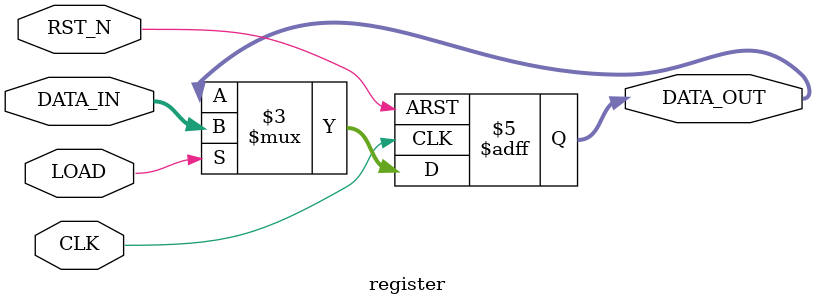
<source format=v>
module register #(parameter W = 8) (
  input CLK,
  input RST_N,
  input LOAD,
  input [W-1:0] DATA_IN,
  output reg [W-1:0] DATA_OUT
);
always @(posedge CLK or negedge RST_N)
begin
  if (!RST_N) begin
    DATA_OUT <=  0; end
  else if (LOAD) begin
    DATA_OUT <= DATA_IN; end
end
endmodule
    
 
</source>
